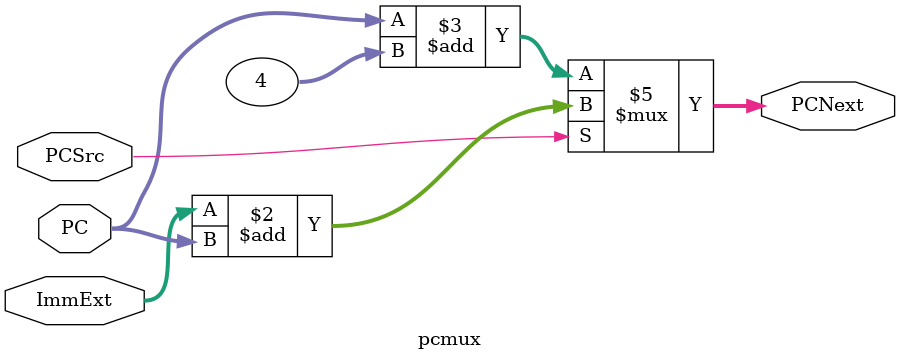
<source format=sv>
module pcmux (
    input  logic [31:0]  ImmExt,
    input  logic [31:0]  PC,
    input  logic         PCSrc,
    output logic [31:0]  PCNext
);

always_comb begin
    if (PCSrc)
        PCNext = ImmExt + PC;
    else
        PCNext = PC + 32'b00000000000000000000000000000100;
end

endmodule

</source>
